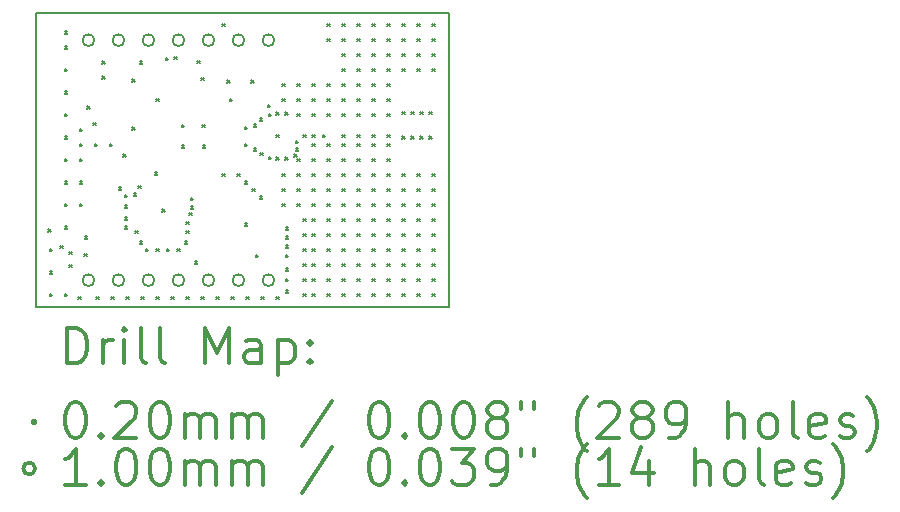
<source format=gbr>
%FSLAX45Y45*%
G04 Gerber Fmt 4.5, Leading zero omitted, Abs format (unit mm)*
G04 Created by KiCad (PCBNEW 4.0.7) date Fri Oct 27 16:40:55 2017*
%MOMM*%
%LPD*%
G01*
G04 APERTURE LIST*
%ADD10C,0.127000*%
%ADD11C,0.150000*%
%ADD12C,0.200000*%
%ADD13C,0.300000*%
G04 APERTURE END LIST*
D10*
D11*
X17081500Y-7137400D02*
X20579080Y-7137400D01*
X20579080Y-9629140D02*
X20579080Y-7137400D01*
X17081500Y-9629140D02*
X20579080Y-9629140D01*
X17081500Y-9629140D02*
X17081500Y-7137400D01*
D12*
X17185800Y-8968900D02*
X17205800Y-8988900D01*
X17205800Y-8968900D02*
X17185800Y-8988900D01*
X17198500Y-9134000D02*
X17218500Y-9154000D01*
X17218500Y-9134000D02*
X17198500Y-9154000D01*
X17198500Y-9324500D02*
X17218500Y-9344500D01*
X17218500Y-9324500D02*
X17198500Y-9344500D01*
X17198500Y-9515000D02*
X17218500Y-9535000D01*
X17218500Y-9515000D02*
X17198500Y-9535000D01*
X17287400Y-9108600D02*
X17307400Y-9128600D01*
X17307400Y-9108600D02*
X17287400Y-9128600D01*
X17325500Y-7292500D02*
X17345500Y-7312500D01*
X17345500Y-7292500D02*
X17325500Y-7312500D01*
X17325500Y-7419500D02*
X17345500Y-7439500D01*
X17345500Y-7419500D02*
X17325500Y-7439500D01*
X17325500Y-7610000D02*
X17345500Y-7630000D01*
X17345500Y-7610000D02*
X17325500Y-7630000D01*
X17325500Y-7800500D02*
X17345500Y-7820500D01*
X17345500Y-7800500D02*
X17325500Y-7820500D01*
X17325500Y-7991000D02*
X17345500Y-8011000D01*
X17345500Y-7991000D02*
X17325500Y-8011000D01*
X17325500Y-8181500D02*
X17345500Y-8201500D01*
X17345500Y-8181500D02*
X17325500Y-8201500D01*
X17325500Y-8372000D02*
X17345500Y-8392000D01*
X17345500Y-8372000D02*
X17325500Y-8392000D01*
X17325500Y-8562500D02*
X17345500Y-8582500D01*
X17345500Y-8562500D02*
X17325500Y-8582500D01*
X17325500Y-8753000D02*
X17345500Y-8773000D01*
X17345500Y-8753000D02*
X17325500Y-8773000D01*
X17325500Y-8943500D02*
X17345500Y-8963500D01*
X17345500Y-8943500D02*
X17325500Y-8963500D01*
X17325500Y-9515000D02*
X17345500Y-9535000D01*
X17345500Y-9515000D02*
X17325500Y-9535000D01*
X17363600Y-9159400D02*
X17383600Y-9179400D01*
X17383600Y-9159400D02*
X17363600Y-9179400D01*
X17363600Y-9266080D02*
X17383600Y-9286080D01*
X17383600Y-9266080D02*
X17363600Y-9286080D01*
X17439800Y-9540400D02*
X17459800Y-9560400D01*
X17459800Y-9540400D02*
X17439800Y-9560400D01*
X17452500Y-8118000D02*
X17472500Y-8138000D01*
X17472500Y-8118000D02*
X17452500Y-8138000D01*
X17452500Y-8245000D02*
X17472500Y-8265000D01*
X17472500Y-8245000D02*
X17452500Y-8265000D01*
X17452500Y-8372000D02*
X17472500Y-8392000D01*
X17472500Y-8372000D02*
X17452500Y-8392000D01*
X17452500Y-8562500D02*
X17472500Y-8582500D01*
X17472500Y-8562500D02*
X17452500Y-8582500D01*
X17452500Y-8753000D02*
X17472500Y-8773000D01*
X17472500Y-8753000D02*
X17452500Y-8773000D01*
X17490600Y-9174640D02*
X17510600Y-9194640D01*
X17510600Y-9174640D02*
X17490600Y-9194640D01*
X17495680Y-9027320D02*
X17515680Y-9047320D01*
X17515680Y-9027320D02*
X17495680Y-9047320D01*
X17516000Y-7927500D02*
X17536000Y-7947500D01*
X17536000Y-7927500D02*
X17516000Y-7947500D01*
X17566800Y-8067200D02*
X17586800Y-8087200D01*
X17586800Y-8067200D02*
X17566800Y-8087200D01*
X17579500Y-8245000D02*
X17599500Y-8265000D01*
X17599500Y-8245000D02*
X17579500Y-8265000D01*
X17592200Y-9540400D02*
X17612200Y-9560400D01*
X17612200Y-9540400D02*
X17592200Y-9560400D01*
X17643000Y-7546500D02*
X17663000Y-7566500D01*
X17663000Y-7546500D02*
X17643000Y-7566500D01*
X17643000Y-7673500D02*
X17663000Y-7693500D01*
X17663000Y-7673500D02*
X17643000Y-7693500D01*
X17706500Y-8245000D02*
X17726500Y-8265000D01*
X17726500Y-8245000D02*
X17706500Y-8265000D01*
X17719200Y-9540400D02*
X17739200Y-9560400D01*
X17739200Y-9540400D02*
X17719200Y-9560400D01*
X17782700Y-8613300D02*
X17802700Y-8633300D01*
X17802700Y-8613300D02*
X17782700Y-8633300D01*
X17820800Y-8333900D02*
X17840800Y-8353900D01*
X17840800Y-8333900D02*
X17820800Y-8353900D01*
X17833500Y-8676800D02*
X17853500Y-8696800D01*
X17853500Y-8676800D02*
X17833500Y-8696800D01*
X17833500Y-8765700D02*
X17853500Y-8785700D01*
X17853500Y-8765700D02*
X17833500Y-8785700D01*
X17833500Y-8867300D02*
X17853500Y-8887300D01*
X17853500Y-8867300D02*
X17833500Y-8887300D01*
X17833500Y-8943500D02*
X17853500Y-8963500D01*
X17853500Y-8943500D02*
X17833500Y-8963500D01*
X17846200Y-9540400D02*
X17866200Y-9560400D01*
X17866200Y-9540400D02*
X17846200Y-9560400D01*
X17897000Y-7698900D02*
X17917000Y-7718900D01*
X17917000Y-7698900D02*
X17897000Y-7718900D01*
X17897000Y-8105300D02*
X17917000Y-8125300D01*
X17917000Y-8105300D02*
X17897000Y-8125300D01*
X17909700Y-8664100D02*
X17929700Y-8684100D01*
X17929700Y-8664100D02*
X17909700Y-8684100D01*
X17922400Y-8981600D02*
X17942400Y-9001600D01*
X17942400Y-8981600D02*
X17922400Y-9001600D01*
X17947800Y-8600600D02*
X17967800Y-8620600D01*
X17967800Y-8600600D02*
X17947800Y-8620600D01*
X17960500Y-7546500D02*
X17980500Y-7566500D01*
X17980500Y-7546500D02*
X17960500Y-7566500D01*
X17960500Y-9070500D02*
X17980500Y-9090500D01*
X17980500Y-9070500D02*
X17960500Y-9090500D01*
X17973200Y-9540400D02*
X17993200Y-9560400D01*
X17993200Y-9540400D02*
X17973200Y-9560400D01*
X18011300Y-9134000D02*
X18031300Y-9154000D01*
X18031300Y-9134000D02*
X18011300Y-9154000D01*
X18087500Y-8486300D02*
X18107500Y-8506300D01*
X18107500Y-8486300D02*
X18087500Y-8506300D01*
X18100200Y-7864000D02*
X18120200Y-7884000D01*
X18120200Y-7864000D02*
X18100200Y-7884000D01*
X18100200Y-9134000D02*
X18120200Y-9154000D01*
X18120200Y-9134000D02*
X18100200Y-9154000D01*
X18100200Y-9540400D02*
X18120200Y-9560400D01*
X18120200Y-9540400D02*
X18100200Y-9560400D01*
X18151000Y-8797450D02*
X18171000Y-8817450D01*
X18171000Y-8797450D02*
X18151000Y-8817450D01*
X18178940Y-7513480D02*
X18198940Y-7533480D01*
X18198940Y-7513480D02*
X18178940Y-7533480D01*
X18189100Y-9134000D02*
X18209100Y-9154000D01*
X18209100Y-9134000D02*
X18189100Y-9154000D01*
X18227200Y-9540400D02*
X18247200Y-9560400D01*
X18247200Y-9540400D02*
X18227200Y-9560400D01*
X18252600Y-7508400D02*
X18272600Y-7528400D01*
X18272600Y-7508400D02*
X18252600Y-7528400D01*
X18278000Y-9134000D02*
X18298000Y-9154000D01*
X18298000Y-9134000D02*
X18278000Y-9154000D01*
X18318750Y-8082550D02*
X18338750Y-8102550D01*
X18338750Y-8082550D02*
X18318750Y-8102550D01*
X18318750Y-8255050D02*
X18338750Y-8275050D01*
X18338750Y-8255050D02*
X18318750Y-8275050D01*
X18341500Y-9070500D02*
X18361500Y-9090500D01*
X18361500Y-9070500D02*
X18341500Y-9090500D01*
X18354200Y-8905400D02*
X18374200Y-8925400D01*
X18374200Y-8905400D02*
X18354200Y-8925400D01*
X18354200Y-8981600D02*
X18374200Y-9001600D01*
X18374200Y-8981600D02*
X18354200Y-9001600D01*
X18354200Y-9540400D02*
X18374200Y-9560400D01*
X18374200Y-9540400D02*
X18354200Y-9560400D01*
X18379600Y-8829200D02*
X18399600Y-8849200D01*
X18399600Y-8829200D02*
X18379600Y-8849200D01*
X18392300Y-8702200D02*
X18412300Y-8722200D01*
X18412300Y-8702200D02*
X18392300Y-8722200D01*
X18392300Y-8772050D02*
X18412300Y-8792050D01*
X18412300Y-8772050D02*
X18392300Y-8792050D01*
X18427860Y-9238140D02*
X18447860Y-9258140D01*
X18447860Y-9238140D02*
X18427860Y-9258140D01*
X18447300Y-7542300D02*
X18467300Y-7562300D01*
X18467300Y-7542300D02*
X18447300Y-7562300D01*
X18481200Y-7686200D02*
X18501200Y-7706200D01*
X18501200Y-7686200D02*
X18481200Y-7706200D01*
X18481200Y-9540400D02*
X18501200Y-9560400D01*
X18501200Y-9540400D02*
X18481200Y-9560400D01*
X18491250Y-8082550D02*
X18511250Y-8102550D01*
X18511250Y-8082550D02*
X18491250Y-8102550D01*
X18493900Y-8257700D02*
X18513900Y-8277700D01*
X18513900Y-8257700D02*
X18493900Y-8277700D01*
X18608200Y-9540400D02*
X18628200Y-9560400D01*
X18628200Y-9540400D02*
X18608200Y-9560400D01*
X18659000Y-7229000D02*
X18679000Y-7249000D01*
X18679000Y-7229000D02*
X18659000Y-7249000D01*
X18659000Y-8499000D02*
X18679000Y-8519000D01*
X18679000Y-8499000D02*
X18659000Y-8519000D01*
X18703450Y-7705250D02*
X18723450Y-7725250D01*
X18723450Y-7705250D02*
X18703450Y-7725250D01*
X18722500Y-7864000D02*
X18742500Y-7884000D01*
X18742500Y-7864000D02*
X18722500Y-7884000D01*
X18735200Y-9540400D02*
X18755200Y-9560400D01*
X18755200Y-9540400D02*
X18735200Y-9560400D01*
X18786000Y-8499000D02*
X18806000Y-8519000D01*
X18806000Y-8499000D02*
X18786000Y-8519000D01*
X18849500Y-8098950D02*
X18869500Y-8118950D01*
X18869500Y-8098950D02*
X18849500Y-8118950D01*
X18849500Y-8245000D02*
X18869500Y-8265000D01*
X18869500Y-8245000D02*
X18849500Y-8265000D01*
X18849500Y-8562500D02*
X18869500Y-8582500D01*
X18869500Y-8562500D02*
X18849500Y-8582500D01*
X18849500Y-8918100D02*
X18869500Y-8938100D01*
X18869500Y-8918100D02*
X18849500Y-8938100D01*
X18862200Y-9540400D02*
X18882200Y-9560400D01*
X18882200Y-9540400D02*
X18862200Y-9560400D01*
X18906650Y-7705250D02*
X18926650Y-7725250D01*
X18926650Y-7705250D02*
X18906650Y-7725250D01*
X18913000Y-8626000D02*
X18933000Y-8646000D01*
X18933000Y-8626000D02*
X18913000Y-8646000D01*
X18925700Y-8079900D02*
X18945700Y-8099900D01*
X18945700Y-8079900D02*
X18925700Y-8099900D01*
X18925700Y-8283100D02*
X18945700Y-8303100D01*
X18945700Y-8283100D02*
X18925700Y-8303100D01*
X18944750Y-9184800D02*
X18964750Y-9204800D01*
X18964750Y-9184800D02*
X18944750Y-9204800D01*
X18976500Y-8029100D02*
X18996500Y-8049100D01*
X18996500Y-8029100D02*
X18976500Y-8049100D01*
X18976500Y-8689500D02*
X18996500Y-8709500D01*
X18996500Y-8689500D02*
X18976500Y-8709500D01*
X18982850Y-8321200D02*
X19002850Y-8341200D01*
X19002850Y-8321200D02*
X18982850Y-8341200D01*
X18989200Y-9540400D02*
X19009200Y-9560400D01*
X19009200Y-9540400D02*
X18989200Y-9560400D01*
X19045080Y-7912260D02*
X19065080Y-7932260D01*
X19065080Y-7912260D02*
X19045080Y-7932260D01*
X19052700Y-7991000D02*
X19072700Y-8011000D01*
X19072700Y-7991000D02*
X19052700Y-8011000D01*
X19052700Y-8352950D02*
X19072700Y-8372950D01*
X19072700Y-8352950D02*
X19052700Y-8372950D01*
X19116200Y-7978300D02*
X19136200Y-7998300D01*
X19136200Y-7978300D02*
X19116200Y-7998300D01*
X19116200Y-8168800D02*
X19136200Y-8188800D01*
X19136200Y-8168800D02*
X19116200Y-8188800D01*
X19116200Y-8359300D02*
X19136200Y-8379300D01*
X19136200Y-8359300D02*
X19116200Y-8379300D01*
X19116200Y-9540400D02*
X19136200Y-9560400D01*
X19136200Y-9540400D02*
X19116200Y-9560400D01*
X19167000Y-7737000D02*
X19187000Y-7757000D01*
X19187000Y-7737000D02*
X19167000Y-7757000D01*
X19167000Y-7864000D02*
X19187000Y-7884000D01*
X19187000Y-7864000D02*
X19167000Y-7884000D01*
X19167000Y-8499000D02*
X19187000Y-8519000D01*
X19187000Y-8499000D02*
X19167000Y-8519000D01*
X19167000Y-8626000D02*
X19187000Y-8646000D01*
X19187000Y-8626000D02*
X19167000Y-8646000D01*
X19167000Y-8753000D02*
X19187000Y-8773000D01*
X19187000Y-8753000D02*
X19167000Y-8773000D01*
X19192400Y-7978300D02*
X19212400Y-7998300D01*
X19212400Y-7978300D02*
X19192400Y-7998300D01*
X19192400Y-8359300D02*
X19212400Y-8379300D01*
X19212400Y-8359300D02*
X19192400Y-8379300D01*
X19198750Y-8949850D02*
X19218750Y-8969850D01*
X19218750Y-8949850D02*
X19198750Y-8969850D01*
X19198750Y-9026050D02*
X19218750Y-9046050D01*
X19218750Y-9026050D02*
X19198750Y-9046050D01*
X19198750Y-9102250D02*
X19218750Y-9122250D01*
X19218750Y-9102250D02*
X19198750Y-9122250D01*
X19198750Y-9184800D02*
X19218750Y-9204800D01*
X19218750Y-9184800D02*
X19198750Y-9204800D01*
X19198750Y-9299100D02*
X19218750Y-9319100D01*
X19218750Y-9299100D02*
X19198750Y-9319100D01*
X19198750Y-9388000D02*
X19218750Y-9408000D01*
X19218750Y-9388000D02*
X19198750Y-9408000D01*
X19198750Y-9483250D02*
X19218750Y-9503250D01*
X19218750Y-9483250D02*
X19198750Y-9503250D01*
X19268600Y-8333900D02*
X19288600Y-8353900D01*
X19288600Y-8333900D02*
X19268600Y-8353900D01*
X19281300Y-8219600D02*
X19301300Y-8239600D01*
X19301300Y-8219600D02*
X19281300Y-8239600D01*
X19281300Y-8283100D02*
X19301300Y-8303100D01*
X19301300Y-8283100D02*
X19281300Y-8303100D01*
X19294000Y-7737000D02*
X19314000Y-7757000D01*
X19314000Y-7737000D02*
X19294000Y-7757000D01*
X19294000Y-7864000D02*
X19314000Y-7884000D01*
X19314000Y-7864000D02*
X19294000Y-7884000D01*
X19294000Y-7991000D02*
X19314000Y-8011000D01*
X19314000Y-7991000D02*
X19294000Y-8011000D01*
X19294000Y-8372000D02*
X19314000Y-8392000D01*
X19314000Y-8372000D02*
X19294000Y-8392000D01*
X19294000Y-8499000D02*
X19314000Y-8519000D01*
X19314000Y-8499000D02*
X19294000Y-8519000D01*
X19294000Y-8626000D02*
X19314000Y-8646000D01*
X19314000Y-8626000D02*
X19294000Y-8646000D01*
X19294000Y-8753000D02*
X19314000Y-8773000D01*
X19314000Y-8753000D02*
X19294000Y-8773000D01*
X19344800Y-8168800D02*
X19364800Y-8188800D01*
X19364800Y-8168800D02*
X19344800Y-8188800D01*
X19344800Y-8880000D02*
X19364800Y-8900000D01*
X19364800Y-8880000D02*
X19344800Y-8900000D01*
X19344800Y-9007000D02*
X19364800Y-9027000D01*
X19364800Y-9007000D02*
X19344800Y-9027000D01*
X19344800Y-9134000D02*
X19364800Y-9154000D01*
X19364800Y-9134000D02*
X19344800Y-9154000D01*
X19344800Y-9261000D02*
X19364800Y-9281000D01*
X19364800Y-9261000D02*
X19344800Y-9281000D01*
X19344800Y-9388000D02*
X19364800Y-9408000D01*
X19364800Y-9388000D02*
X19344800Y-9408000D01*
X19344800Y-9515000D02*
X19364800Y-9535000D01*
X19364800Y-9515000D02*
X19344800Y-9535000D01*
X19421000Y-7737000D02*
X19441000Y-7757000D01*
X19441000Y-7737000D02*
X19421000Y-7757000D01*
X19421000Y-7864000D02*
X19441000Y-7884000D01*
X19441000Y-7864000D02*
X19421000Y-7884000D01*
X19421000Y-7991000D02*
X19441000Y-8011000D01*
X19441000Y-7991000D02*
X19421000Y-8011000D01*
X19421000Y-8168800D02*
X19441000Y-8188800D01*
X19441000Y-8168800D02*
X19421000Y-8188800D01*
X19421000Y-8245000D02*
X19441000Y-8265000D01*
X19441000Y-8245000D02*
X19421000Y-8265000D01*
X19421000Y-8372000D02*
X19441000Y-8392000D01*
X19441000Y-8372000D02*
X19421000Y-8392000D01*
X19421000Y-8499000D02*
X19441000Y-8519000D01*
X19441000Y-8499000D02*
X19421000Y-8519000D01*
X19421000Y-8626000D02*
X19441000Y-8646000D01*
X19441000Y-8626000D02*
X19421000Y-8646000D01*
X19421000Y-8753000D02*
X19441000Y-8773000D01*
X19441000Y-8753000D02*
X19421000Y-8773000D01*
X19421000Y-8880000D02*
X19441000Y-8900000D01*
X19441000Y-8880000D02*
X19421000Y-8900000D01*
X19421000Y-9007000D02*
X19441000Y-9027000D01*
X19441000Y-9007000D02*
X19421000Y-9027000D01*
X19421000Y-9134000D02*
X19441000Y-9154000D01*
X19441000Y-9134000D02*
X19421000Y-9154000D01*
X19421000Y-9261000D02*
X19441000Y-9281000D01*
X19441000Y-9261000D02*
X19421000Y-9281000D01*
X19421000Y-9388000D02*
X19441000Y-9408000D01*
X19441000Y-9388000D02*
X19421000Y-9408000D01*
X19421000Y-9515000D02*
X19441000Y-9535000D01*
X19441000Y-9515000D02*
X19421000Y-9535000D01*
X19509900Y-8168800D02*
X19529900Y-8188800D01*
X19529900Y-8168800D02*
X19509900Y-8188800D01*
X19548000Y-7229000D02*
X19568000Y-7249000D01*
X19568000Y-7229000D02*
X19548000Y-7249000D01*
X19548000Y-7356000D02*
X19568000Y-7376000D01*
X19568000Y-7356000D02*
X19548000Y-7376000D01*
X19548000Y-7737000D02*
X19568000Y-7757000D01*
X19568000Y-7737000D02*
X19548000Y-7757000D01*
X19548000Y-7864000D02*
X19568000Y-7884000D01*
X19568000Y-7864000D02*
X19548000Y-7884000D01*
X19548000Y-7991000D02*
X19568000Y-8011000D01*
X19568000Y-7991000D02*
X19548000Y-8011000D01*
X19548000Y-8245000D02*
X19568000Y-8265000D01*
X19568000Y-8245000D02*
X19548000Y-8265000D01*
X19548000Y-8372000D02*
X19568000Y-8392000D01*
X19568000Y-8372000D02*
X19548000Y-8392000D01*
X19548000Y-8499000D02*
X19568000Y-8519000D01*
X19568000Y-8499000D02*
X19548000Y-8519000D01*
X19548000Y-8626000D02*
X19568000Y-8646000D01*
X19568000Y-8626000D02*
X19548000Y-8646000D01*
X19548000Y-8753000D02*
X19568000Y-8773000D01*
X19568000Y-8753000D02*
X19548000Y-8773000D01*
X19548000Y-8880000D02*
X19568000Y-8900000D01*
X19568000Y-8880000D02*
X19548000Y-8900000D01*
X19548000Y-9007000D02*
X19568000Y-9027000D01*
X19568000Y-9007000D02*
X19548000Y-9027000D01*
X19548000Y-9134000D02*
X19568000Y-9154000D01*
X19568000Y-9134000D02*
X19548000Y-9154000D01*
X19548000Y-9261000D02*
X19568000Y-9281000D01*
X19568000Y-9261000D02*
X19548000Y-9281000D01*
X19548000Y-9388000D02*
X19568000Y-9408000D01*
X19568000Y-9388000D02*
X19548000Y-9408000D01*
X19548000Y-9515000D02*
X19568000Y-9535000D01*
X19568000Y-9515000D02*
X19548000Y-9535000D01*
X19675000Y-7229000D02*
X19695000Y-7249000D01*
X19695000Y-7229000D02*
X19675000Y-7249000D01*
X19675000Y-7356000D02*
X19695000Y-7376000D01*
X19695000Y-7356000D02*
X19675000Y-7376000D01*
X19675000Y-7483000D02*
X19695000Y-7503000D01*
X19695000Y-7483000D02*
X19675000Y-7503000D01*
X19675000Y-7610000D02*
X19695000Y-7630000D01*
X19695000Y-7610000D02*
X19675000Y-7630000D01*
X19675000Y-7737000D02*
X19695000Y-7757000D01*
X19695000Y-7737000D02*
X19675000Y-7757000D01*
X19675000Y-7864000D02*
X19695000Y-7884000D01*
X19695000Y-7864000D02*
X19675000Y-7884000D01*
X19675000Y-7991000D02*
X19695000Y-8011000D01*
X19695000Y-7991000D02*
X19675000Y-8011000D01*
X19675000Y-8168800D02*
X19695000Y-8188800D01*
X19695000Y-8168800D02*
X19675000Y-8188800D01*
X19675000Y-8245000D02*
X19695000Y-8265000D01*
X19695000Y-8245000D02*
X19675000Y-8265000D01*
X19675000Y-8372000D02*
X19695000Y-8392000D01*
X19695000Y-8372000D02*
X19675000Y-8392000D01*
X19675000Y-8499000D02*
X19695000Y-8519000D01*
X19695000Y-8499000D02*
X19675000Y-8519000D01*
X19675000Y-8626000D02*
X19695000Y-8646000D01*
X19695000Y-8626000D02*
X19675000Y-8646000D01*
X19675000Y-8753000D02*
X19695000Y-8773000D01*
X19695000Y-8753000D02*
X19675000Y-8773000D01*
X19675000Y-8880000D02*
X19695000Y-8900000D01*
X19695000Y-8880000D02*
X19675000Y-8900000D01*
X19675000Y-9007000D02*
X19695000Y-9027000D01*
X19695000Y-9007000D02*
X19675000Y-9027000D01*
X19675000Y-9134000D02*
X19695000Y-9154000D01*
X19695000Y-9134000D02*
X19675000Y-9154000D01*
X19675000Y-9261000D02*
X19695000Y-9281000D01*
X19695000Y-9261000D02*
X19675000Y-9281000D01*
X19675000Y-9388000D02*
X19695000Y-9408000D01*
X19695000Y-9388000D02*
X19675000Y-9408000D01*
X19675000Y-9515000D02*
X19695000Y-9535000D01*
X19695000Y-9515000D02*
X19675000Y-9535000D01*
X19802000Y-7229000D02*
X19822000Y-7249000D01*
X19822000Y-7229000D02*
X19802000Y-7249000D01*
X19802000Y-7356000D02*
X19822000Y-7376000D01*
X19822000Y-7356000D02*
X19802000Y-7376000D01*
X19802000Y-7483000D02*
X19822000Y-7503000D01*
X19822000Y-7483000D02*
X19802000Y-7503000D01*
X19802000Y-7610000D02*
X19822000Y-7630000D01*
X19822000Y-7610000D02*
X19802000Y-7630000D01*
X19802000Y-7737000D02*
X19822000Y-7757000D01*
X19822000Y-7737000D02*
X19802000Y-7757000D01*
X19802000Y-7864000D02*
X19822000Y-7884000D01*
X19822000Y-7864000D02*
X19802000Y-7884000D01*
X19802000Y-7991000D02*
X19822000Y-8011000D01*
X19822000Y-7991000D02*
X19802000Y-8011000D01*
X19802000Y-8168800D02*
X19822000Y-8188800D01*
X19822000Y-8168800D02*
X19802000Y-8188800D01*
X19802000Y-8245000D02*
X19822000Y-8265000D01*
X19822000Y-8245000D02*
X19802000Y-8265000D01*
X19802000Y-8372000D02*
X19822000Y-8392000D01*
X19822000Y-8372000D02*
X19802000Y-8392000D01*
X19802000Y-8499000D02*
X19822000Y-8519000D01*
X19822000Y-8499000D02*
X19802000Y-8519000D01*
X19802000Y-8626000D02*
X19822000Y-8646000D01*
X19822000Y-8626000D02*
X19802000Y-8646000D01*
X19802000Y-8753000D02*
X19822000Y-8773000D01*
X19822000Y-8753000D02*
X19802000Y-8773000D01*
X19802000Y-8880000D02*
X19822000Y-8900000D01*
X19822000Y-8880000D02*
X19802000Y-8900000D01*
X19802000Y-9007000D02*
X19822000Y-9027000D01*
X19822000Y-9007000D02*
X19802000Y-9027000D01*
X19802000Y-9134000D02*
X19822000Y-9154000D01*
X19822000Y-9134000D02*
X19802000Y-9154000D01*
X19802000Y-9261000D02*
X19822000Y-9281000D01*
X19822000Y-9261000D02*
X19802000Y-9281000D01*
X19802000Y-9388000D02*
X19822000Y-9408000D01*
X19822000Y-9388000D02*
X19802000Y-9408000D01*
X19802000Y-9515000D02*
X19822000Y-9535000D01*
X19822000Y-9515000D02*
X19802000Y-9535000D01*
X19929000Y-7229000D02*
X19949000Y-7249000D01*
X19949000Y-7229000D02*
X19929000Y-7249000D01*
X19929000Y-7356000D02*
X19949000Y-7376000D01*
X19949000Y-7356000D02*
X19929000Y-7376000D01*
X19929000Y-7483000D02*
X19949000Y-7503000D01*
X19949000Y-7483000D02*
X19929000Y-7503000D01*
X19929000Y-7610000D02*
X19949000Y-7630000D01*
X19949000Y-7610000D02*
X19929000Y-7630000D01*
X19929000Y-7737000D02*
X19949000Y-7757000D01*
X19949000Y-7737000D02*
X19929000Y-7757000D01*
X19929000Y-7864000D02*
X19949000Y-7884000D01*
X19949000Y-7864000D02*
X19929000Y-7884000D01*
X19929000Y-7991000D02*
X19949000Y-8011000D01*
X19949000Y-7991000D02*
X19929000Y-8011000D01*
X19929000Y-8168800D02*
X19949000Y-8188800D01*
X19949000Y-8168800D02*
X19929000Y-8188800D01*
X19929000Y-8245000D02*
X19949000Y-8265000D01*
X19949000Y-8245000D02*
X19929000Y-8265000D01*
X19929000Y-8372000D02*
X19949000Y-8392000D01*
X19949000Y-8372000D02*
X19929000Y-8392000D01*
X19929000Y-8499000D02*
X19949000Y-8519000D01*
X19949000Y-8499000D02*
X19929000Y-8519000D01*
X19929000Y-8626000D02*
X19949000Y-8646000D01*
X19949000Y-8626000D02*
X19929000Y-8646000D01*
X19929000Y-8753000D02*
X19949000Y-8773000D01*
X19949000Y-8753000D02*
X19929000Y-8773000D01*
X19929000Y-8880000D02*
X19949000Y-8900000D01*
X19949000Y-8880000D02*
X19929000Y-8900000D01*
X19929000Y-9007000D02*
X19949000Y-9027000D01*
X19949000Y-9007000D02*
X19929000Y-9027000D01*
X19929000Y-9134000D02*
X19949000Y-9154000D01*
X19949000Y-9134000D02*
X19929000Y-9154000D01*
X19929000Y-9261000D02*
X19949000Y-9281000D01*
X19949000Y-9261000D02*
X19929000Y-9281000D01*
X19929000Y-9388000D02*
X19949000Y-9408000D01*
X19949000Y-9388000D02*
X19929000Y-9408000D01*
X19929000Y-9515000D02*
X19949000Y-9535000D01*
X19949000Y-9515000D02*
X19929000Y-9535000D01*
X20056000Y-7229000D02*
X20076000Y-7249000D01*
X20076000Y-7229000D02*
X20056000Y-7249000D01*
X20056000Y-7356000D02*
X20076000Y-7376000D01*
X20076000Y-7356000D02*
X20056000Y-7376000D01*
X20056000Y-7483000D02*
X20076000Y-7503000D01*
X20076000Y-7483000D02*
X20056000Y-7503000D01*
X20056000Y-7610000D02*
X20076000Y-7630000D01*
X20076000Y-7610000D02*
X20056000Y-7630000D01*
X20056000Y-7737000D02*
X20076000Y-7757000D01*
X20076000Y-7737000D02*
X20056000Y-7757000D01*
X20056000Y-7864000D02*
X20076000Y-7884000D01*
X20076000Y-7864000D02*
X20056000Y-7884000D01*
X20056000Y-7991000D02*
X20076000Y-8011000D01*
X20076000Y-7991000D02*
X20056000Y-8011000D01*
X20056000Y-8168800D02*
X20076000Y-8188800D01*
X20076000Y-8168800D02*
X20056000Y-8188800D01*
X20056000Y-8245000D02*
X20076000Y-8265000D01*
X20076000Y-8245000D02*
X20056000Y-8265000D01*
X20056000Y-8372000D02*
X20076000Y-8392000D01*
X20076000Y-8372000D02*
X20056000Y-8392000D01*
X20056000Y-8499000D02*
X20076000Y-8519000D01*
X20076000Y-8499000D02*
X20056000Y-8519000D01*
X20056000Y-8626000D02*
X20076000Y-8646000D01*
X20076000Y-8626000D02*
X20056000Y-8646000D01*
X20056000Y-8753000D02*
X20076000Y-8773000D01*
X20076000Y-8753000D02*
X20056000Y-8773000D01*
X20056000Y-8880000D02*
X20076000Y-8900000D01*
X20076000Y-8880000D02*
X20056000Y-8900000D01*
X20056000Y-9007000D02*
X20076000Y-9027000D01*
X20076000Y-9007000D02*
X20056000Y-9027000D01*
X20056000Y-9134000D02*
X20076000Y-9154000D01*
X20076000Y-9134000D02*
X20056000Y-9154000D01*
X20056000Y-9261000D02*
X20076000Y-9281000D01*
X20076000Y-9261000D02*
X20056000Y-9281000D01*
X20056000Y-9388000D02*
X20076000Y-9408000D01*
X20076000Y-9388000D02*
X20056000Y-9408000D01*
X20056000Y-9515000D02*
X20076000Y-9535000D01*
X20076000Y-9515000D02*
X20056000Y-9535000D01*
X20183000Y-7229000D02*
X20203000Y-7249000D01*
X20203000Y-7229000D02*
X20183000Y-7249000D01*
X20183000Y-7356000D02*
X20203000Y-7376000D01*
X20203000Y-7356000D02*
X20183000Y-7376000D01*
X20183000Y-7483000D02*
X20203000Y-7503000D01*
X20203000Y-7483000D02*
X20183000Y-7503000D01*
X20183000Y-7610000D02*
X20203000Y-7630000D01*
X20203000Y-7610000D02*
X20183000Y-7630000D01*
X20183000Y-7971950D02*
X20203000Y-7991950D01*
X20203000Y-7971950D02*
X20183000Y-7991950D01*
X20183000Y-8181500D02*
X20203000Y-8201500D01*
X20203000Y-8181500D02*
X20183000Y-8201500D01*
X20183000Y-8499000D02*
X20203000Y-8519000D01*
X20203000Y-8499000D02*
X20183000Y-8519000D01*
X20183000Y-8626000D02*
X20203000Y-8646000D01*
X20203000Y-8626000D02*
X20183000Y-8646000D01*
X20183000Y-8753000D02*
X20203000Y-8773000D01*
X20203000Y-8753000D02*
X20183000Y-8773000D01*
X20183000Y-8880000D02*
X20203000Y-8900000D01*
X20203000Y-8880000D02*
X20183000Y-8900000D01*
X20183000Y-9007000D02*
X20203000Y-9027000D01*
X20203000Y-9007000D02*
X20183000Y-9027000D01*
X20183000Y-9134000D02*
X20203000Y-9154000D01*
X20203000Y-9134000D02*
X20183000Y-9154000D01*
X20183000Y-9261000D02*
X20203000Y-9281000D01*
X20203000Y-9261000D02*
X20183000Y-9281000D01*
X20183000Y-9388000D02*
X20203000Y-9408000D01*
X20203000Y-9388000D02*
X20183000Y-9408000D01*
X20183000Y-9515000D02*
X20203000Y-9535000D01*
X20203000Y-9515000D02*
X20183000Y-9535000D01*
X20259200Y-7971950D02*
X20279200Y-7991950D01*
X20279200Y-7971950D02*
X20259200Y-7991950D01*
X20259200Y-8181500D02*
X20279200Y-8201500D01*
X20279200Y-8181500D02*
X20259200Y-8201500D01*
X20310000Y-7229000D02*
X20330000Y-7249000D01*
X20330000Y-7229000D02*
X20310000Y-7249000D01*
X20310000Y-7356000D02*
X20330000Y-7376000D01*
X20330000Y-7356000D02*
X20310000Y-7376000D01*
X20310000Y-7483000D02*
X20330000Y-7503000D01*
X20330000Y-7483000D02*
X20310000Y-7503000D01*
X20310000Y-7610000D02*
X20330000Y-7630000D01*
X20330000Y-7610000D02*
X20310000Y-7630000D01*
X20310000Y-8499000D02*
X20330000Y-8519000D01*
X20330000Y-8499000D02*
X20310000Y-8519000D01*
X20310000Y-8626000D02*
X20330000Y-8646000D01*
X20330000Y-8626000D02*
X20310000Y-8646000D01*
X20310000Y-8753000D02*
X20330000Y-8773000D01*
X20330000Y-8753000D02*
X20310000Y-8773000D01*
X20310000Y-8880000D02*
X20330000Y-8900000D01*
X20330000Y-8880000D02*
X20310000Y-8900000D01*
X20310000Y-9007000D02*
X20330000Y-9027000D01*
X20330000Y-9007000D02*
X20310000Y-9027000D01*
X20310000Y-9134000D02*
X20330000Y-9154000D01*
X20330000Y-9134000D02*
X20310000Y-9154000D01*
X20310000Y-9261000D02*
X20330000Y-9281000D01*
X20330000Y-9261000D02*
X20310000Y-9281000D01*
X20310000Y-9388000D02*
X20330000Y-9408000D01*
X20330000Y-9388000D02*
X20310000Y-9408000D01*
X20310000Y-9515000D02*
X20330000Y-9535000D01*
X20330000Y-9515000D02*
X20310000Y-9535000D01*
X20335400Y-7971950D02*
X20355400Y-7991950D01*
X20355400Y-7971950D02*
X20335400Y-7991950D01*
X20335400Y-8181500D02*
X20355400Y-8201500D01*
X20355400Y-8181500D02*
X20335400Y-8201500D01*
X20411600Y-7971950D02*
X20431600Y-7991950D01*
X20431600Y-7971950D02*
X20411600Y-7991950D01*
X20411600Y-8181500D02*
X20431600Y-8201500D01*
X20431600Y-8181500D02*
X20411600Y-8201500D01*
X20437000Y-7229000D02*
X20457000Y-7249000D01*
X20457000Y-7229000D02*
X20437000Y-7249000D01*
X20437000Y-7356000D02*
X20457000Y-7376000D01*
X20457000Y-7356000D02*
X20437000Y-7376000D01*
X20437000Y-7483000D02*
X20457000Y-7503000D01*
X20457000Y-7483000D02*
X20437000Y-7503000D01*
X20437000Y-7610000D02*
X20457000Y-7630000D01*
X20457000Y-7610000D02*
X20437000Y-7630000D01*
X20437000Y-8499000D02*
X20457000Y-8519000D01*
X20457000Y-8499000D02*
X20437000Y-8519000D01*
X20437000Y-8626000D02*
X20457000Y-8646000D01*
X20457000Y-8626000D02*
X20437000Y-8646000D01*
X20437000Y-8753000D02*
X20457000Y-8773000D01*
X20457000Y-8753000D02*
X20437000Y-8773000D01*
X20437000Y-8880000D02*
X20457000Y-8900000D01*
X20457000Y-8880000D02*
X20437000Y-8900000D01*
X20437000Y-9007000D02*
X20457000Y-9027000D01*
X20457000Y-9007000D02*
X20437000Y-9027000D01*
X20437000Y-9134000D02*
X20457000Y-9154000D01*
X20457000Y-9134000D02*
X20437000Y-9154000D01*
X20437000Y-9261000D02*
X20457000Y-9281000D01*
X20457000Y-9261000D02*
X20437000Y-9281000D01*
X20437000Y-9388000D02*
X20457000Y-9408000D01*
X20457000Y-9388000D02*
X20437000Y-9408000D01*
X20437000Y-9515000D02*
X20457000Y-9535000D01*
X20457000Y-9515000D02*
X20437000Y-9535000D01*
X17576000Y-7366000D02*
G75*
G03X17576000Y-7366000I-50000J0D01*
G01*
X17576000Y-9398000D02*
G75*
G03X17576000Y-9398000I-50000J0D01*
G01*
X17830000Y-7366000D02*
G75*
G03X17830000Y-7366000I-50000J0D01*
G01*
X17830000Y-9398000D02*
G75*
G03X17830000Y-9398000I-50000J0D01*
G01*
X18084000Y-7366000D02*
G75*
G03X18084000Y-7366000I-50000J0D01*
G01*
X18084000Y-9398000D02*
G75*
G03X18084000Y-9398000I-50000J0D01*
G01*
X18338000Y-7366000D02*
G75*
G03X18338000Y-7366000I-50000J0D01*
G01*
X18338000Y-9398000D02*
G75*
G03X18338000Y-9398000I-50000J0D01*
G01*
X18592000Y-7366000D02*
G75*
G03X18592000Y-7366000I-50000J0D01*
G01*
X18592000Y-9398000D02*
G75*
G03X18592000Y-9398000I-50000J0D01*
G01*
X18846000Y-7366000D02*
G75*
G03X18846000Y-7366000I-50000J0D01*
G01*
X18846000Y-9398000D02*
G75*
G03X18846000Y-9398000I-50000J0D01*
G01*
X19100000Y-7366000D02*
G75*
G03X19100000Y-7366000I-50000J0D01*
G01*
X19100000Y-9398000D02*
G75*
G03X19100000Y-9398000I-50000J0D01*
G01*
D13*
X17345429Y-10102354D02*
X17345429Y-9802354D01*
X17416857Y-9802354D01*
X17459714Y-9816640D01*
X17488286Y-9845212D01*
X17502571Y-9873783D01*
X17516857Y-9930926D01*
X17516857Y-9973783D01*
X17502571Y-10030926D01*
X17488286Y-10059497D01*
X17459714Y-10088069D01*
X17416857Y-10102354D01*
X17345429Y-10102354D01*
X17645429Y-10102354D02*
X17645429Y-9902354D01*
X17645429Y-9959497D02*
X17659714Y-9930926D01*
X17674000Y-9916640D01*
X17702571Y-9902354D01*
X17731143Y-9902354D01*
X17831143Y-10102354D02*
X17831143Y-9902354D01*
X17831143Y-9802354D02*
X17816857Y-9816640D01*
X17831143Y-9830926D01*
X17845429Y-9816640D01*
X17831143Y-9802354D01*
X17831143Y-9830926D01*
X18016857Y-10102354D02*
X17988286Y-10088069D01*
X17974000Y-10059497D01*
X17974000Y-9802354D01*
X18174000Y-10102354D02*
X18145429Y-10088069D01*
X18131143Y-10059497D01*
X18131143Y-9802354D01*
X18516857Y-10102354D02*
X18516857Y-9802354D01*
X18616857Y-10016640D01*
X18716857Y-9802354D01*
X18716857Y-10102354D01*
X18988286Y-10102354D02*
X18988286Y-9945212D01*
X18974000Y-9916640D01*
X18945429Y-9902354D01*
X18888286Y-9902354D01*
X18859714Y-9916640D01*
X18988286Y-10088069D02*
X18959714Y-10102354D01*
X18888286Y-10102354D01*
X18859714Y-10088069D01*
X18845429Y-10059497D01*
X18845429Y-10030926D01*
X18859714Y-10002354D01*
X18888286Y-9988069D01*
X18959714Y-9988069D01*
X18988286Y-9973783D01*
X19131143Y-9902354D02*
X19131143Y-10202354D01*
X19131143Y-9916640D02*
X19159714Y-9902354D01*
X19216857Y-9902354D01*
X19245429Y-9916640D01*
X19259714Y-9930926D01*
X19274000Y-9959497D01*
X19274000Y-10045212D01*
X19259714Y-10073783D01*
X19245429Y-10088069D01*
X19216857Y-10102354D01*
X19159714Y-10102354D01*
X19131143Y-10088069D01*
X19402571Y-10073783D02*
X19416857Y-10088069D01*
X19402571Y-10102354D01*
X19388286Y-10088069D01*
X19402571Y-10073783D01*
X19402571Y-10102354D01*
X19402571Y-9916640D02*
X19416857Y-9930926D01*
X19402571Y-9945212D01*
X19388286Y-9930926D01*
X19402571Y-9916640D01*
X19402571Y-9945212D01*
X17054000Y-10586640D02*
X17074000Y-10606640D01*
X17074000Y-10586640D02*
X17054000Y-10606640D01*
X17402571Y-10432354D02*
X17431143Y-10432354D01*
X17459714Y-10446640D01*
X17474000Y-10460926D01*
X17488286Y-10489497D01*
X17502571Y-10546640D01*
X17502571Y-10618069D01*
X17488286Y-10675212D01*
X17474000Y-10703783D01*
X17459714Y-10718069D01*
X17431143Y-10732354D01*
X17402571Y-10732354D01*
X17374000Y-10718069D01*
X17359714Y-10703783D01*
X17345429Y-10675212D01*
X17331143Y-10618069D01*
X17331143Y-10546640D01*
X17345429Y-10489497D01*
X17359714Y-10460926D01*
X17374000Y-10446640D01*
X17402571Y-10432354D01*
X17631143Y-10703783D02*
X17645429Y-10718069D01*
X17631143Y-10732354D01*
X17616857Y-10718069D01*
X17631143Y-10703783D01*
X17631143Y-10732354D01*
X17759714Y-10460926D02*
X17774000Y-10446640D01*
X17802571Y-10432354D01*
X17874000Y-10432354D01*
X17902571Y-10446640D01*
X17916857Y-10460926D01*
X17931143Y-10489497D01*
X17931143Y-10518069D01*
X17916857Y-10560926D01*
X17745428Y-10732354D01*
X17931143Y-10732354D01*
X18116857Y-10432354D02*
X18145429Y-10432354D01*
X18174000Y-10446640D01*
X18188286Y-10460926D01*
X18202571Y-10489497D01*
X18216857Y-10546640D01*
X18216857Y-10618069D01*
X18202571Y-10675212D01*
X18188286Y-10703783D01*
X18174000Y-10718069D01*
X18145429Y-10732354D01*
X18116857Y-10732354D01*
X18088286Y-10718069D01*
X18074000Y-10703783D01*
X18059714Y-10675212D01*
X18045429Y-10618069D01*
X18045429Y-10546640D01*
X18059714Y-10489497D01*
X18074000Y-10460926D01*
X18088286Y-10446640D01*
X18116857Y-10432354D01*
X18345429Y-10732354D02*
X18345429Y-10532354D01*
X18345429Y-10560926D02*
X18359714Y-10546640D01*
X18388286Y-10532354D01*
X18431143Y-10532354D01*
X18459714Y-10546640D01*
X18474000Y-10575212D01*
X18474000Y-10732354D01*
X18474000Y-10575212D02*
X18488286Y-10546640D01*
X18516857Y-10532354D01*
X18559714Y-10532354D01*
X18588286Y-10546640D01*
X18602571Y-10575212D01*
X18602571Y-10732354D01*
X18745429Y-10732354D02*
X18745429Y-10532354D01*
X18745429Y-10560926D02*
X18759714Y-10546640D01*
X18788286Y-10532354D01*
X18831143Y-10532354D01*
X18859714Y-10546640D01*
X18874000Y-10575212D01*
X18874000Y-10732354D01*
X18874000Y-10575212D02*
X18888286Y-10546640D01*
X18916857Y-10532354D01*
X18959714Y-10532354D01*
X18988286Y-10546640D01*
X19002571Y-10575212D01*
X19002571Y-10732354D01*
X19588286Y-10418069D02*
X19331143Y-10803783D01*
X19974000Y-10432354D02*
X20002571Y-10432354D01*
X20031143Y-10446640D01*
X20045428Y-10460926D01*
X20059714Y-10489497D01*
X20074000Y-10546640D01*
X20074000Y-10618069D01*
X20059714Y-10675212D01*
X20045428Y-10703783D01*
X20031143Y-10718069D01*
X20002571Y-10732354D01*
X19974000Y-10732354D01*
X19945428Y-10718069D01*
X19931143Y-10703783D01*
X19916857Y-10675212D01*
X19902571Y-10618069D01*
X19902571Y-10546640D01*
X19916857Y-10489497D01*
X19931143Y-10460926D01*
X19945428Y-10446640D01*
X19974000Y-10432354D01*
X20202571Y-10703783D02*
X20216857Y-10718069D01*
X20202571Y-10732354D01*
X20188286Y-10718069D01*
X20202571Y-10703783D01*
X20202571Y-10732354D01*
X20402571Y-10432354D02*
X20431143Y-10432354D01*
X20459714Y-10446640D01*
X20474000Y-10460926D01*
X20488286Y-10489497D01*
X20502571Y-10546640D01*
X20502571Y-10618069D01*
X20488286Y-10675212D01*
X20474000Y-10703783D01*
X20459714Y-10718069D01*
X20431143Y-10732354D01*
X20402571Y-10732354D01*
X20374000Y-10718069D01*
X20359714Y-10703783D01*
X20345428Y-10675212D01*
X20331143Y-10618069D01*
X20331143Y-10546640D01*
X20345428Y-10489497D01*
X20359714Y-10460926D01*
X20374000Y-10446640D01*
X20402571Y-10432354D01*
X20688286Y-10432354D02*
X20716857Y-10432354D01*
X20745428Y-10446640D01*
X20759714Y-10460926D01*
X20774000Y-10489497D01*
X20788286Y-10546640D01*
X20788286Y-10618069D01*
X20774000Y-10675212D01*
X20759714Y-10703783D01*
X20745428Y-10718069D01*
X20716857Y-10732354D01*
X20688286Y-10732354D01*
X20659714Y-10718069D01*
X20645428Y-10703783D01*
X20631143Y-10675212D01*
X20616857Y-10618069D01*
X20616857Y-10546640D01*
X20631143Y-10489497D01*
X20645428Y-10460926D01*
X20659714Y-10446640D01*
X20688286Y-10432354D01*
X20959714Y-10560926D02*
X20931143Y-10546640D01*
X20916857Y-10532354D01*
X20902571Y-10503783D01*
X20902571Y-10489497D01*
X20916857Y-10460926D01*
X20931143Y-10446640D01*
X20959714Y-10432354D01*
X21016857Y-10432354D01*
X21045428Y-10446640D01*
X21059714Y-10460926D01*
X21074000Y-10489497D01*
X21074000Y-10503783D01*
X21059714Y-10532354D01*
X21045428Y-10546640D01*
X21016857Y-10560926D01*
X20959714Y-10560926D01*
X20931143Y-10575212D01*
X20916857Y-10589497D01*
X20902571Y-10618069D01*
X20902571Y-10675212D01*
X20916857Y-10703783D01*
X20931143Y-10718069D01*
X20959714Y-10732354D01*
X21016857Y-10732354D01*
X21045428Y-10718069D01*
X21059714Y-10703783D01*
X21074000Y-10675212D01*
X21074000Y-10618069D01*
X21059714Y-10589497D01*
X21045428Y-10575212D01*
X21016857Y-10560926D01*
X21188286Y-10432354D02*
X21188286Y-10489497D01*
X21302571Y-10432354D02*
X21302571Y-10489497D01*
X21745428Y-10846640D02*
X21731143Y-10832354D01*
X21702571Y-10789497D01*
X21688286Y-10760926D01*
X21674000Y-10718069D01*
X21659714Y-10646640D01*
X21659714Y-10589497D01*
X21674000Y-10518069D01*
X21688286Y-10475212D01*
X21702571Y-10446640D01*
X21731143Y-10403783D01*
X21745428Y-10389497D01*
X21845428Y-10460926D02*
X21859714Y-10446640D01*
X21888286Y-10432354D01*
X21959714Y-10432354D01*
X21988286Y-10446640D01*
X22002571Y-10460926D01*
X22016857Y-10489497D01*
X22016857Y-10518069D01*
X22002571Y-10560926D01*
X21831143Y-10732354D01*
X22016857Y-10732354D01*
X22188286Y-10560926D02*
X22159714Y-10546640D01*
X22145428Y-10532354D01*
X22131143Y-10503783D01*
X22131143Y-10489497D01*
X22145428Y-10460926D01*
X22159714Y-10446640D01*
X22188286Y-10432354D01*
X22245428Y-10432354D01*
X22274000Y-10446640D01*
X22288286Y-10460926D01*
X22302571Y-10489497D01*
X22302571Y-10503783D01*
X22288286Y-10532354D01*
X22274000Y-10546640D01*
X22245428Y-10560926D01*
X22188286Y-10560926D01*
X22159714Y-10575212D01*
X22145428Y-10589497D01*
X22131143Y-10618069D01*
X22131143Y-10675212D01*
X22145428Y-10703783D01*
X22159714Y-10718069D01*
X22188286Y-10732354D01*
X22245428Y-10732354D01*
X22274000Y-10718069D01*
X22288286Y-10703783D01*
X22302571Y-10675212D01*
X22302571Y-10618069D01*
X22288286Y-10589497D01*
X22274000Y-10575212D01*
X22245428Y-10560926D01*
X22445428Y-10732354D02*
X22502571Y-10732354D01*
X22531143Y-10718069D01*
X22545428Y-10703783D01*
X22574000Y-10660926D01*
X22588285Y-10603783D01*
X22588285Y-10489497D01*
X22574000Y-10460926D01*
X22559714Y-10446640D01*
X22531143Y-10432354D01*
X22474000Y-10432354D01*
X22445428Y-10446640D01*
X22431143Y-10460926D01*
X22416857Y-10489497D01*
X22416857Y-10560926D01*
X22431143Y-10589497D01*
X22445428Y-10603783D01*
X22474000Y-10618069D01*
X22531143Y-10618069D01*
X22559714Y-10603783D01*
X22574000Y-10589497D01*
X22588285Y-10560926D01*
X22945428Y-10732354D02*
X22945428Y-10432354D01*
X23074000Y-10732354D02*
X23074000Y-10575212D01*
X23059714Y-10546640D01*
X23031143Y-10532354D01*
X22988285Y-10532354D01*
X22959714Y-10546640D01*
X22945428Y-10560926D01*
X23259714Y-10732354D02*
X23231143Y-10718069D01*
X23216857Y-10703783D01*
X23202571Y-10675212D01*
X23202571Y-10589497D01*
X23216857Y-10560926D01*
X23231143Y-10546640D01*
X23259714Y-10532354D01*
X23302571Y-10532354D01*
X23331143Y-10546640D01*
X23345428Y-10560926D01*
X23359714Y-10589497D01*
X23359714Y-10675212D01*
X23345428Y-10703783D01*
X23331143Y-10718069D01*
X23302571Y-10732354D01*
X23259714Y-10732354D01*
X23531143Y-10732354D02*
X23502571Y-10718069D01*
X23488286Y-10689497D01*
X23488286Y-10432354D01*
X23759714Y-10718069D02*
X23731143Y-10732354D01*
X23674000Y-10732354D01*
X23645428Y-10718069D01*
X23631143Y-10689497D01*
X23631143Y-10575212D01*
X23645428Y-10546640D01*
X23674000Y-10532354D01*
X23731143Y-10532354D01*
X23759714Y-10546640D01*
X23774000Y-10575212D01*
X23774000Y-10603783D01*
X23631143Y-10632354D01*
X23888286Y-10718069D02*
X23916857Y-10732354D01*
X23974000Y-10732354D01*
X24002571Y-10718069D01*
X24016857Y-10689497D01*
X24016857Y-10675212D01*
X24002571Y-10646640D01*
X23974000Y-10632354D01*
X23931143Y-10632354D01*
X23902571Y-10618069D01*
X23888286Y-10589497D01*
X23888286Y-10575212D01*
X23902571Y-10546640D01*
X23931143Y-10532354D01*
X23974000Y-10532354D01*
X24002571Y-10546640D01*
X24116857Y-10846640D02*
X24131143Y-10832354D01*
X24159714Y-10789497D01*
X24174000Y-10760926D01*
X24188286Y-10718069D01*
X24202571Y-10646640D01*
X24202571Y-10589497D01*
X24188286Y-10518069D01*
X24174000Y-10475212D01*
X24159714Y-10446640D01*
X24131143Y-10403783D01*
X24116857Y-10389497D01*
X17074000Y-10992640D02*
G75*
G03X17074000Y-10992640I-50000J0D01*
G01*
X17502571Y-11128354D02*
X17331143Y-11128354D01*
X17416857Y-11128354D02*
X17416857Y-10828354D01*
X17388286Y-10871212D01*
X17359714Y-10899783D01*
X17331143Y-10914069D01*
X17631143Y-11099783D02*
X17645429Y-11114069D01*
X17631143Y-11128354D01*
X17616857Y-11114069D01*
X17631143Y-11099783D01*
X17631143Y-11128354D01*
X17831143Y-10828354D02*
X17859714Y-10828354D01*
X17888286Y-10842640D01*
X17902571Y-10856926D01*
X17916857Y-10885497D01*
X17931143Y-10942640D01*
X17931143Y-11014069D01*
X17916857Y-11071212D01*
X17902571Y-11099783D01*
X17888286Y-11114069D01*
X17859714Y-11128354D01*
X17831143Y-11128354D01*
X17802571Y-11114069D01*
X17788286Y-11099783D01*
X17774000Y-11071212D01*
X17759714Y-11014069D01*
X17759714Y-10942640D01*
X17774000Y-10885497D01*
X17788286Y-10856926D01*
X17802571Y-10842640D01*
X17831143Y-10828354D01*
X18116857Y-10828354D02*
X18145429Y-10828354D01*
X18174000Y-10842640D01*
X18188286Y-10856926D01*
X18202571Y-10885497D01*
X18216857Y-10942640D01*
X18216857Y-11014069D01*
X18202571Y-11071212D01*
X18188286Y-11099783D01*
X18174000Y-11114069D01*
X18145429Y-11128354D01*
X18116857Y-11128354D01*
X18088286Y-11114069D01*
X18074000Y-11099783D01*
X18059714Y-11071212D01*
X18045429Y-11014069D01*
X18045429Y-10942640D01*
X18059714Y-10885497D01*
X18074000Y-10856926D01*
X18088286Y-10842640D01*
X18116857Y-10828354D01*
X18345429Y-11128354D02*
X18345429Y-10928354D01*
X18345429Y-10956926D02*
X18359714Y-10942640D01*
X18388286Y-10928354D01*
X18431143Y-10928354D01*
X18459714Y-10942640D01*
X18474000Y-10971212D01*
X18474000Y-11128354D01*
X18474000Y-10971212D02*
X18488286Y-10942640D01*
X18516857Y-10928354D01*
X18559714Y-10928354D01*
X18588286Y-10942640D01*
X18602571Y-10971212D01*
X18602571Y-11128354D01*
X18745429Y-11128354D02*
X18745429Y-10928354D01*
X18745429Y-10956926D02*
X18759714Y-10942640D01*
X18788286Y-10928354D01*
X18831143Y-10928354D01*
X18859714Y-10942640D01*
X18874000Y-10971212D01*
X18874000Y-11128354D01*
X18874000Y-10971212D02*
X18888286Y-10942640D01*
X18916857Y-10928354D01*
X18959714Y-10928354D01*
X18988286Y-10942640D01*
X19002571Y-10971212D01*
X19002571Y-11128354D01*
X19588286Y-10814069D02*
X19331143Y-11199783D01*
X19974000Y-10828354D02*
X20002571Y-10828354D01*
X20031143Y-10842640D01*
X20045428Y-10856926D01*
X20059714Y-10885497D01*
X20074000Y-10942640D01*
X20074000Y-11014069D01*
X20059714Y-11071212D01*
X20045428Y-11099783D01*
X20031143Y-11114069D01*
X20002571Y-11128354D01*
X19974000Y-11128354D01*
X19945428Y-11114069D01*
X19931143Y-11099783D01*
X19916857Y-11071212D01*
X19902571Y-11014069D01*
X19902571Y-10942640D01*
X19916857Y-10885497D01*
X19931143Y-10856926D01*
X19945428Y-10842640D01*
X19974000Y-10828354D01*
X20202571Y-11099783D02*
X20216857Y-11114069D01*
X20202571Y-11128354D01*
X20188286Y-11114069D01*
X20202571Y-11099783D01*
X20202571Y-11128354D01*
X20402571Y-10828354D02*
X20431143Y-10828354D01*
X20459714Y-10842640D01*
X20474000Y-10856926D01*
X20488286Y-10885497D01*
X20502571Y-10942640D01*
X20502571Y-11014069D01*
X20488286Y-11071212D01*
X20474000Y-11099783D01*
X20459714Y-11114069D01*
X20431143Y-11128354D01*
X20402571Y-11128354D01*
X20374000Y-11114069D01*
X20359714Y-11099783D01*
X20345428Y-11071212D01*
X20331143Y-11014069D01*
X20331143Y-10942640D01*
X20345428Y-10885497D01*
X20359714Y-10856926D01*
X20374000Y-10842640D01*
X20402571Y-10828354D01*
X20602571Y-10828354D02*
X20788286Y-10828354D01*
X20688286Y-10942640D01*
X20731143Y-10942640D01*
X20759714Y-10956926D01*
X20774000Y-10971212D01*
X20788286Y-10999783D01*
X20788286Y-11071212D01*
X20774000Y-11099783D01*
X20759714Y-11114069D01*
X20731143Y-11128354D01*
X20645428Y-11128354D01*
X20616857Y-11114069D01*
X20602571Y-11099783D01*
X20931143Y-11128354D02*
X20988286Y-11128354D01*
X21016857Y-11114069D01*
X21031143Y-11099783D01*
X21059714Y-11056926D01*
X21074000Y-10999783D01*
X21074000Y-10885497D01*
X21059714Y-10856926D01*
X21045428Y-10842640D01*
X21016857Y-10828354D01*
X20959714Y-10828354D01*
X20931143Y-10842640D01*
X20916857Y-10856926D01*
X20902571Y-10885497D01*
X20902571Y-10956926D01*
X20916857Y-10985497D01*
X20931143Y-10999783D01*
X20959714Y-11014069D01*
X21016857Y-11014069D01*
X21045428Y-10999783D01*
X21059714Y-10985497D01*
X21074000Y-10956926D01*
X21188286Y-10828354D02*
X21188286Y-10885497D01*
X21302571Y-10828354D02*
X21302571Y-10885497D01*
X21745428Y-11242640D02*
X21731143Y-11228354D01*
X21702571Y-11185497D01*
X21688286Y-11156926D01*
X21674000Y-11114069D01*
X21659714Y-11042640D01*
X21659714Y-10985497D01*
X21674000Y-10914069D01*
X21688286Y-10871212D01*
X21702571Y-10842640D01*
X21731143Y-10799783D01*
X21745428Y-10785497D01*
X22016857Y-11128354D02*
X21845428Y-11128354D01*
X21931143Y-11128354D02*
X21931143Y-10828354D01*
X21902571Y-10871212D01*
X21874000Y-10899783D01*
X21845428Y-10914069D01*
X22274000Y-10928354D02*
X22274000Y-11128354D01*
X22202571Y-10814069D02*
X22131143Y-11028354D01*
X22316857Y-11028354D01*
X22659714Y-11128354D02*
X22659714Y-10828354D01*
X22788285Y-11128354D02*
X22788285Y-10971212D01*
X22774000Y-10942640D01*
X22745428Y-10928354D01*
X22702571Y-10928354D01*
X22674000Y-10942640D01*
X22659714Y-10956926D01*
X22974000Y-11128354D02*
X22945428Y-11114069D01*
X22931143Y-11099783D01*
X22916857Y-11071212D01*
X22916857Y-10985497D01*
X22931143Y-10956926D01*
X22945428Y-10942640D01*
X22974000Y-10928354D01*
X23016857Y-10928354D01*
X23045428Y-10942640D01*
X23059714Y-10956926D01*
X23074000Y-10985497D01*
X23074000Y-11071212D01*
X23059714Y-11099783D01*
X23045428Y-11114069D01*
X23016857Y-11128354D01*
X22974000Y-11128354D01*
X23245428Y-11128354D02*
X23216857Y-11114069D01*
X23202571Y-11085497D01*
X23202571Y-10828354D01*
X23474000Y-11114069D02*
X23445428Y-11128354D01*
X23388286Y-11128354D01*
X23359714Y-11114069D01*
X23345428Y-11085497D01*
X23345428Y-10971212D01*
X23359714Y-10942640D01*
X23388286Y-10928354D01*
X23445428Y-10928354D01*
X23474000Y-10942640D01*
X23488286Y-10971212D01*
X23488286Y-10999783D01*
X23345428Y-11028354D01*
X23602571Y-11114069D02*
X23631143Y-11128354D01*
X23688286Y-11128354D01*
X23716857Y-11114069D01*
X23731143Y-11085497D01*
X23731143Y-11071212D01*
X23716857Y-11042640D01*
X23688286Y-11028354D01*
X23645428Y-11028354D01*
X23616857Y-11014069D01*
X23602571Y-10985497D01*
X23602571Y-10971212D01*
X23616857Y-10942640D01*
X23645428Y-10928354D01*
X23688286Y-10928354D01*
X23716857Y-10942640D01*
X23831143Y-11242640D02*
X23845428Y-11228354D01*
X23874000Y-11185497D01*
X23888286Y-11156926D01*
X23902571Y-11114069D01*
X23916857Y-11042640D01*
X23916857Y-10985497D01*
X23902571Y-10914069D01*
X23888286Y-10871212D01*
X23874000Y-10842640D01*
X23845428Y-10799783D01*
X23831143Y-10785497D01*
M02*

</source>
